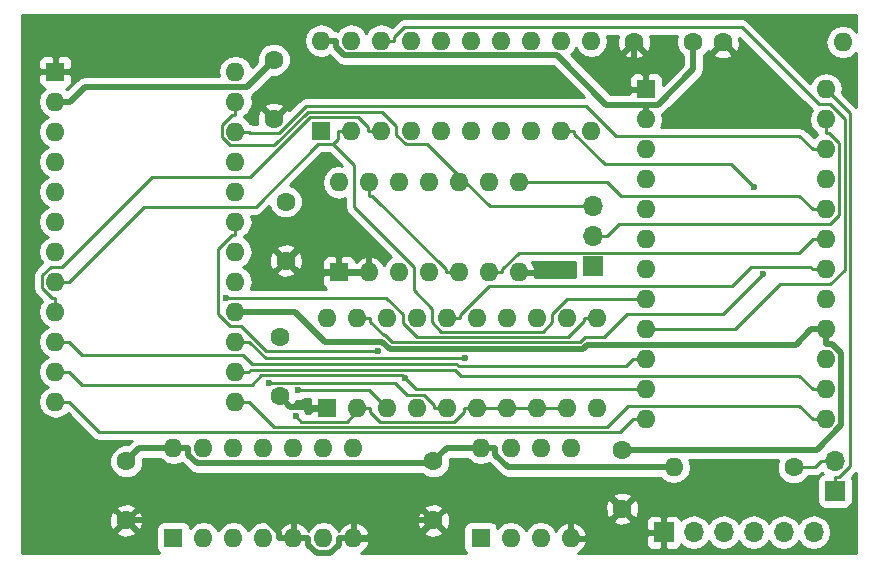
<source format=gtl>
G04 #@! TF.FileFunction,Copper,L1,Top,Signal*
%FSLAX46Y46*%
G04 Gerber Fmt 4.6, Leading zero omitted, Abs format (unit mm)*
G04 Created by KiCad (PCBNEW 4.0.7) date 10/14/18 11:55:26*
%MOMM*%
%LPD*%
G01*
G04 APERTURE LIST*
%ADD10C,0.100000*%
%ADD11C,1.524000*%
%ADD12C,1.600000*%
%ADD13R,1.600000X1.600000*%
%ADD14O,1.600000X1.600000*%
%ADD15R,1.700000X1.700000*%
%ADD16O,1.700000X1.700000*%
%ADD17C,0.600000*%
%ADD18C,0.500000*%
%ADD19C,0.250000*%
%ADD20C,0.254000*%
G04 APERTURE END LIST*
D10*
D11*
X120500000Y-75270000D03*
D12*
X73000000Y-46500000D03*
X73000000Y-51500000D03*
X59500000Y-68500000D03*
X59500000Y-73500000D03*
X72000000Y-34500000D03*
X72000000Y-39500000D03*
X72500000Y-58000000D03*
X72500000Y-63000000D03*
X101500000Y-67500000D03*
X101500000Y-72500000D03*
X85500000Y-68500000D03*
X85500000Y-73500000D03*
X102500000Y-33000000D03*
X107500000Y-33000000D03*
D13*
X53500000Y-35500000D03*
D14*
X68740000Y-63440000D03*
X53500000Y-38040000D03*
X68740000Y-60900000D03*
X53500000Y-40580000D03*
X68740000Y-58360000D03*
X53500000Y-43120000D03*
X68740000Y-55820000D03*
X53500000Y-45660000D03*
X68740000Y-53280000D03*
X53500000Y-48200000D03*
X68740000Y-50740000D03*
X53500000Y-50740000D03*
X68740000Y-48200000D03*
X53500000Y-53280000D03*
X68740000Y-45660000D03*
X53500000Y-55820000D03*
X68740000Y-43120000D03*
X53500000Y-58360000D03*
X68740000Y-40580000D03*
X53500000Y-60900000D03*
X68740000Y-38040000D03*
X53500000Y-63440000D03*
X68740000Y-35500000D03*
D15*
X99000000Y-52000000D03*
D16*
X99000000Y-49460000D03*
X99000000Y-46920000D03*
D13*
X76000000Y-40500000D03*
D14*
X98860000Y-32880000D03*
X78540000Y-40500000D03*
X96320000Y-32880000D03*
X81080000Y-40500000D03*
X93780000Y-32880000D03*
X83620000Y-40500000D03*
X91240000Y-32880000D03*
X86160000Y-40500000D03*
X88700000Y-32880000D03*
X88700000Y-40500000D03*
X86160000Y-32880000D03*
X91240000Y-40500000D03*
X83620000Y-32880000D03*
X93780000Y-40500000D03*
X81080000Y-32880000D03*
X96320000Y-40500000D03*
X78540000Y-32880000D03*
X98860000Y-40500000D03*
X76000000Y-32880000D03*
D13*
X76500000Y-64000000D03*
D14*
X99360000Y-56380000D03*
X79040000Y-64000000D03*
X96820000Y-56380000D03*
X81580000Y-64000000D03*
X94280000Y-56380000D03*
X84120000Y-64000000D03*
X91740000Y-56380000D03*
X86660000Y-64000000D03*
X89200000Y-56380000D03*
X89200000Y-64000000D03*
X86660000Y-56380000D03*
X91740000Y-64000000D03*
X84120000Y-56380000D03*
X94280000Y-64000000D03*
X81580000Y-56380000D03*
X96820000Y-64000000D03*
X79040000Y-56380000D03*
X99360000Y-64000000D03*
X76500000Y-56380000D03*
D13*
X77500000Y-52500000D03*
D14*
X92740000Y-44880000D03*
X80040000Y-52500000D03*
X90200000Y-44880000D03*
X82580000Y-52500000D03*
X87660000Y-44880000D03*
X85120000Y-52500000D03*
X85120000Y-44880000D03*
X87660000Y-52500000D03*
X82580000Y-44880000D03*
X90200000Y-52500000D03*
X80040000Y-44880000D03*
X92740000Y-52500000D03*
X77500000Y-44880000D03*
D13*
X89500000Y-75000000D03*
D14*
X97120000Y-67380000D03*
X92040000Y-75000000D03*
X94580000Y-67380000D03*
X94580000Y-75000000D03*
X92040000Y-67380000D03*
X97120000Y-75000000D03*
X89500000Y-67380000D03*
D13*
X103500000Y-37000000D03*
D14*
X118740000Y-64940000D03*
X103500000Y-39540000D03*
X118740000Y-62400000D03*
X103500000Y-42080000D03*
X118740000Y-59860000D03*
X103500000Y-44620000D03*
X118740000Y-57320000D03*
X103500000Y-47160000D03*
X118740000Y-54780000D03*
X103500000Y-49700000D03*
X118740000Y-52240000D03*
X103500000Y-52240000D03*
X118740000Y-49700000D03*
X103500000Y-54780000D03*
X118740000Y-47160000D03*
X103500000Y-57320000D03*
X118740000Y-44620000D03*
X103500000Y-59860000D03*
X118740000Y-42080000D03*
X103500000Y-62400000D03*
X118740000Y-39540000D03*
X103500000Y-64940000D03*
X118740000Y-37000000D03*
D15*
X105000000Y-74500000D03*
D16*
X107540000Y-74500000D03*
X110080000Y-74500000D03*
X112620000Y-74500000D03*
X115160000Y-74500000D03*
X117700000Y-74500000D03*
D15*
X119500000Y-71000000D03*
D16*
X119500000Y-68460000D03*
D12*
X110000000Y-33000000D03*
D14*
X120160000Y-33000000D03*
D12*
X116000000Y-69000000D03*
D14*
X105840000Y-69000000D03*
D13*
X63500000Y-75000000D03*
D14*
X78740000Y-67380000D03*
X66040000Y-75000000D03*
X76200000Y-67380000D03*
X68580000Y-75000000D03*
X73660000Y-67380000D03*
X71120000Y-75000000D03*
X71120000Y-67380000D03*
X73660000Y-75000000D03*
X68580000Y-67380000D03*
X76200000Y-75000000D03*
X66040000Y-67380000D03*
X78740000Y-75000000D03*
X63500000Y-67380000D03*
D11*
X54500000Y-71270000D03*
D17*
X88175300Y-59785800D03*
X112622700Y-45279800D03*
X71588300Y-61830800D03*
X80855900Y-59144500D03*
X74038000Y-62474400D03*
X73848900Y-64643700D03*
X83066400Y-61420200D03*
X67946900Y-54635700D03*
X113396900Y-52666200D03*
D18*
X60620000Y-67380000D02*
X59500000Y-68500000D01*
X63500000Y-67380000D02*
X60620000Y-67380000D01*
X69710300Y-36789700D02*
X72000000Y-34500000D01*
X56000600Y-36789700D02*
X69710300Y-36789700D01*
X54750300Y-38040000D02*
X56000600Y-36789700D01*
X53500000Y-38040000D02*
X54750300Y-38040000D01*
X90750300Y-67923900D02*
X90750300Y-67380000D01*
X91826400Y-69000000D02*
X90750300Y-67923900D01*
X105840000Y-69000000D02*
X91826400Y-69000000D01*
X89500000Y-67380000D02*
X90750300Y-67380000D01*
X107500000Y-35305600D02*
X107500000Y-33000000D01*
X104515900Y-38289700D02*
X107500000Y-35305600D01*
X103500000Y-38289700D02*
X104515900Y-38289700D01*
X103500000Y-39540000D02*
X103500000Y-38289700D01*
X100149700Y-38289700D02*
X103500000Y-38289700D01*
X95990300Y-34130300D02*
X100149700Y-38289700D01*
X77953500Y-34130300D02*
X95990300Y-34130300D01*
X77250300Y-33427100D02*
X77953500Y-34130300D01*
X77250300Y-32880000D02*
X77250300Y-33427100D01*
X76000000Y-32880000D02*
X77250300Y-32880000D01*
X86620000Y-67380000D02*
X85500000Y-68500000D01*
X89500000Y-67380000D02*
X86620000Y-67380000D01*
X64750300Y-67923900D02*
X64750300Y-67380000D01*
X65473000Y-68646600D02*
X64750300Y-67923900D01*
X85353400Y-68646600D02*
X65473000Y-68646600D01*
X85500000Y-68500000D02*
X85353400Y-68646600D01*
X63500000Y-67380000D02*
X64750300Y-67380000D01*
X71456700Y-73500000D02*
X59500000Y-73500000D01*
X72409700Y-74453000D02*
X71456700Y-73500000D01*
X72409700Y-75000000D02*
X72409700Y-74453000D01*
X73660000Y-75000000D02*
X72409700Y-75000000D01*
X73660000Y-75000000D02*
X74910300Y-75000000D01*
X74910300Y-75543900D02*
X74910300Y-75000000D01*
X75664200Y-76297800D02*
X74910300Y-75543900D01*
X76738900Y-76297800D02*
X75664200Y-76297800D01*
X77489700Y-75547000D02*
X76738900Y-76297800D01*
X77489700Y-75000000D02*
X77489700Y-75547000D01*
X78740000Y-75000000D02*
X77489700Y-75000000D01*
X81490300Y-73500000D02*
X79990300Y-75000000D01*
X85500000Y-73500000D02*
X81490300Y-73500000D01*
X78740000Y-75000000D02*
X79990300Y-75000000D01*
X102500000Y-34749700D02*
X102500000Y-33000000D01*
X103500000Y-35749700D02*
X102500000Y-34749700D01*
X103500000Y-37000000D02*
X103500000Y-35749700D01*
X80040000Y-52500000D02*
X77500000Y-52500000D01*
X74000000Y-52500000D02*
X73000000Y-51500000D01*
X77500000Y-52500000D02*
X74000000Y-52500000D01*
X76500000Y-64000000D02*
X75249700Y-64000000D01*
X73393400Y-63893400D02*
X72500000Y-63000000D01*
X75143100Y-63893400D02*
X73393400Y-63893400D01*
X75249700Y-64000000D02*
X75143100Y-63893400D01*
X118114900Y-57320000D02*
X117489700Y-57320000D01*
X118114900Y-57320000D02*
X118740000Y-57320000D01*
X117955600Y-67500000D02*
X101500000Y-67500000D01*
X120023300Y-65432300D02*
X117955600Y-67500000D01*
X120023300Y-59306600D02*
X120023300Y-65432300D01*
X119287000Y-58570300D02*
X120023300Y-59306600D01*
X118740000Y-58570300D02*
X119287000Y-58570300D01*
X118740000Y-57320000D02*
X118740000Y-58570300D01*
X116200100Y-58609600D02*
X117489700Y-57320000D01*
X98550100Y-58609600D02*
X116200100Y-58609600D01*
X98174300Y-58985400D02*
X98550100Y-58609600D01*
X81796300Y-58985400D02*
X98174300Y-58985400D01*
X81166800Y-58355900D02*
X81796300Y-58985400D01*
X76329900Y-58355900D02*
X81166800Y-58355900D01*
X73794000Y-55820000D02*
X76329900Y-58355900D01*
X68740000Y-55820000D02*
X73794000Y-55820000D01*
D19*
X116489400Y-63814700D02*
X117614700Y-64940000D01*
X102000000Y-63814700D02*
X116489400Y-63814700D01*
X100238200Y-65576500D02*
X102000000Y-63814700D01*
X72001800Y-65576500D02*
X100238200Y-65576500D01*
X69865300Y-63440000D02*
X72001800Y-65576500D01*
X68740000Y-63440000D02*
X69865300Y-63440000D01*
X118740000Y-64940000D02*
X117614700Y-64940000D01*
X70014100Y-60751200D02*
X69865300Y-60900000D01*
X87331600Y-60751200D02*
X70014100Y-60751200D01*
X87855100Y-61274700D02*
X87331600Y-60751200D01*
X116489400Y-61274700D02*
X87855100Y-61274700D01*
X117614700Y-62400000D02*
X116489400Y-61274700D01*
X118740000Y-62400000D02*
X117614700Y-62400000D01*
X68740000Y-60900000D02*
X69865300Y-60900000D01*
X68740000Y-58360000D02*
X69865300Y-58360000D01*
X110692900Y-43350000D02*
X112622700Y-45279800D01*
X100014000Y-43350000D02*
X110692900Y-43350000D01*
X97445300Y-40781300D02*
X100014000Y-43350000D01*
X97445300Y-40500000D02*
X97445300Y-40781300D01*
X96320000Y-40500000D02*
X97445300Y-40500000D01*
X71291100Y-59785800D02*
X88175300Y-59785800D01*
X69865300Y-58360000D02*
X71291100Y-59785800D01*
X82247800Y-61830800D02*
X71588300Y-61830800D01*
X83291700Y-62874700D02*
X82247800Y-61830800D01*
X84690800Y-62874700D02*
X83291700Y-62874700D01*
X85534700Y-63718600D02*
X84690800Y-62874700D01*
X85534700Y-64000000D02*
X85534700Y-63718600D01*
X86660000Y-64000000D02*
X85534700Y-64000000D01*
X68740000Y-48200000D02*
X68740000Y-49325300D01*
X71324700Y-59144500D02*
X80855900Y-59144500D01*
X69228300Y-57048100D02*
X71324700Y-59144500D01*
X68284300Y-57048100D02*
X69228300Y-57048100D01*
X67297400Y-56061200D02*
X68284300Y-57048100D01*
X67297400Y-50486600D02*
X67297400Y-56061200D01*
X68458700Y-49325300D02*
X67297400Y-50486600D01*
X68740000Y-49325300D02*
X68458700Y-49325300D01*
X78540000Y-40500000D02*
X77414700Y-40500000D01*
X53500000Y-53280000D02*
X54625300Y-53280000D01*
X78770000Y-43402500D02*
X76992800Y-41625300D01*
X78770000Y-46939500D02*
X78770000Y-43402500D01*
X83850000Y-52019500D02*
X78770000Y-46939500D01*
X83850000Y-54031800D02*
X83850000Y-52019500D01*
X85390000Y-55571800D02*
X83850000Y-54031800D01*
X85390000Y-56730100D02*
X85390000Y-55571800D01*
X86165200Y-57505300D02*
X85390000Y-56730100D01*
X94771300Y-57505300D02*
X86165200Y-57505300D01*
X95550000Y-56726600D02*
X94771300Y-57505300D01*
X95550000Y-56052500D02*
X95550000Y-56726600D01*
X96822500Y-54780000D02*
X95550000Y-56052500D01*
X103500000Y-54780000D02*
X96822500Y-54780000D01*
X77414700Y-41203400D02*
X76992800Y-41625300D01*
X77414700Y-40500000D02*
X77414700Y-41203400D01*
X60975300Y-46930000D02*
X54625300Y-53280000D01*
X70461800Y-46930000D02*
X60975300Y-46930000D01*
X75766500Y-41625300D02*
X70461800Y-46930000D01*
X76992800Y-41625300D02*
X75766500Y-41625300D01*
X80054400Y-62474400D02*
X74038000Y-62474400D01*
X81580000Y-64000000D02*
X80054400Y-62474400D01*
X111024400Y-57320000D02*
X103500000Y-57320000D01*
X114834400Y-53510000D02*
X111024400Y-57320000D01*
X119080300Y-53510000D02*
X114834400Y-53510000D01*
X120335000Y-52255300D02*
X119080300Y-53510000D01*
X120335000Y-39542400D02*
X120335000Y-52255300D01*
X119062600Y-38270000D02*
X120335000Y-39542400D01*
X118131200Y-38270000D02*
X119062600Y-38270000D01*
X111606900Y-31745700D02*
X118131200Y-38270000D01*
X83058300Y-31745700D02*
X111606900Y-31745700D01*
X82205300Y-32598700D02*
X83058300Y-31745700D01*
X82205300Y-32880000D02*
X82205300Y-32598700D01*
X81080000Y-32880000D02*
X82205300Y-32880000D01*
X53218600Y-54694700D02*
X53500000Y-54694700D01*
X52374700Y-53850800D02*
X53218600Y-54694700D01*
X52374700Y-52754700D02*
X52374700Y-53850800D01*
X53119400Y-52010000D02*
X52374700Y-52754700D01*
X54030200Y-52010000D02*
X53119400Y-52010000D01*
X61650200Y-44390000D02*
X54030200Y-52010000D01*
X70018800Y-44390000D02*
X61650200Y-44390000D01*
X75034100Y-39374700D02*
X70018800Y-44390000D01*
X79110800Y-39374700D02*
X75034100Y-39374700D01*
X79954700Y-40218600D02*
X79110800Y-39374700D01*
X79954700Y-40500000D02*
X79954700Y-40218600D01*
X81080000Y-40500000D02*
X79954700Y-40500000D01*
X53500000Y-55820000D02*
X53500000Y-54694700D01*
X96820000Y-64000000D02*
X94280000Y-64000000D01*
X94280000Y-64000000D02*
X91740000Y-64000000D01*
X91740000Y-64000000D02*
X89200000Y-64000000D01*
X89200000Y-64000000D02*
X88074700Y-64000000D01*
X80165300Y-64281400D02*
X80165300Y-64000000D01*
X81009200Y-65125300D02*
X80165300Y-64281400D01*
X87230800Y-65125300D02*
X81009200Y-65125300D01*
X88074700Y-64281400D02*
X87230800Y-65125300D01*
X88074700Y-64000000D02*
X88074700Y-64281400D01*
X79040000Y-64000000D02*
X79321400Y-64000000D01*
X79321400Y-64000000D02*
X80165300Y-64000000D01*
X74330600Y-65125400D02*
X73848900Y-64643700D01*
X78196000Y-65125400D02*
X74330600Y-65125400D01*
X79321400Y-64000000D02*
X78196000Y-65125400D01*
X53500000Y-58360000D02*
X54625300Y-58360000D01*
X103500000Y-59860000D02*
X102374700Y-59860000D01*
X55750600Y-59485300D02*
X54625300Y-58360000D01*
X69410000Y-59485300D02*
X55750600Y-59485300D01*
X70160900Y-60236200D02*
X69410000Y-59485300D01*
X87453500Y-60236200D02*
X70160900Y-60236200D01*
X87646400Y-60429100D02*
X87453500Y-60236200D01*
X101805600Y-60429100D02*
X87646400Y-60429100D01*
X102374700Y-59860000D02*
X101805600Y-60429100D01*
X69949300Y-40664000D02*
X69865300Y-40580000D01*
X72470900Y-40664000D02*
X69949300Y-40664000D01*
X74712100Y-38422800D02*
X72470900Y-40664000D01*
X98449700Y-38422800D02*
X74712100Y-38422800D01*
X100981600Y-40954700D02*
X98449700Y-38422800D01*
X116489400Y-40954700D02*
X100981600Y-40954700D01*
X117614700Y-42080000D02*
X116489400Y-40954700D01*
X118740000Y-42080000D02*
X117614700Y-42080000D01*
X68740000Y-40580000D02*
X69865300Y-40580000D01*
X103500000Y-62400000D02*
X102374700Y-62400000D01*
X53500000Y-60900000D02*
X54625300Y-60900000D01*
X84046200Y-62400000D02*
X83066400Y-61420200D01*
X102374700Y-62400000D02*
X84046200Y-62400000D01*
X55750600Y-62025300D02*
X54625300Y-60900000D01*
X70119200Y-62025300D02*
X55750600Y-62025300D01*
X70939000Y-61205500D02*
X70119200Y-62025300D01*
X82851700Y-61205500D02*
X70939000Y-61205500D01*
X83066400Y-61420200D02*
X82851700Y-61205500D01*
X87660000Y-44880000D02*
X88222700Y-44880000D01*
X68740000Y-38040000D02*
X68740000Y-39165300D01*
X90262700Y-46920000D02*
X99000000Y-46920000D01*
X88222700Y-44880000D02*
X90262700Y-46920000D01*
X84968000Y-41625300D02*
X88222700Y-44880000D01*
X83147700Y-41625300D02*
X84968000Y-41625300D01*
X82350000Y-40827600D02*
X83147700Y-41625300D01*
X82350000Y-40101000D02*
X82350000Y-40827600D01*
X81173300Y-38924300D02*
X82350000Y-40101000D01*
X74847500Y-38924300D02*
X81173300Y-38924300D01*
X72030500Y-41741300D02*
X74847500Y-38924300D01*
X68309500Y-41741300D02*
X72030500Y-41741300D01*
X67614700Y-41046500D02*
X68309500Y-41741300D01*
X67614700Y-40009200D02*
X67614700Y-41046500D01*
X68458600Y-39165300D02*
X67614700Y-40009200D01*
X68740000Y-39165300D02*
X68458600Y-39165300D01*
X101287900Y-66026800D02*
X102374700Y-64940000D01*
X57212100Y-66026800D02*
X101287900Y-66026800D01*
X54625300Y-63440000D02*
X57212100Y-66026800D01*
X53500000Y-63440000D02*
X54625300Y-63440000D01*
X103500000Y-64940000D02*
X102374700Y-64940000D01*
X120785400Y-39045400D02*
X118740000Y-37000000D01*
X120785400Y-68906600D02*
X120785400Y-39045400D01*
X119867300Y-69824700D02*
X120785400Y-68906600D01*
X119500000Y-69824700D02*
X119867300Y-69824700D01*
X119500000Y-71000000D02*
X119500000Y-69824700D01*
X99360000Y-56380000D02*
X98234700Y-56380000D01*
X98234700Y-56590900D02*
X98234700Y-56380000D01*
X96866100Y-57959500D02*
X98234700Y-56590900D01*
X84089600Y-57959500D02*
X96866100Y-57959500D01*
X82896400Y-56766300D02*
X84089600Y-57959500D01*
X82896400Y-56027200D02*
X82896400Y-56766300D01*
X81504900Y-54635700D02*
X82896400Y-56027200D01*
X67946900Y-54635700D02*
X81504900Y-54635700D01*
X119021400Y-40665300D02*
X118740000Y-40665300D01*
X119865300Y-41509200D02*
X119021400Y-40665300D01*
X119865300Y-47631300D02*
X119865300Y-41509200D01*
X119066600Y-48430000D02*
X119865300Y-47631300D01*
X101205300Y-48430000D02*
X119066600Y-48430000D01*
X100175300Y-49460000D02*
X101205300Y-48430000D01*
X99000000Y-49460000D02*
X100175300Y-49460000D01*
X118740000Y-39540000D02*
X118740000Y-40665300D01*
X117406800Y-52032100D02*
X117614700Y-52240000D01*
X112371800Y-52032100D02*
X117406800Y-52032100D01*
X110749300Y-53654600D02*
X112371800Y-52032100D01*
X90229400Y-53654600D02*
X110749300Y-53654600D01*
X87785300Y-56098700D02*
X90229400Y-53654600D01*
X87785300Y-56380000D02*
X87785300Y-56098700D01*
X86660000Y-56380000D02*
X87785300Y-56380000D01*
X118740000Y-52240000D02*
X117614700Y-52240000D01*
X79040000Y-56380000D02*
X80165300Y-56380000D01*
X110067600Y-55995500D02*
X113396900Y-52666200D01*
X101892600Y-55995500D02*
X110067600Y-55995500D01*
X99924600Y-57963500D02*
X101892600Y-55995500D01*
X98382400Y-57963500D02*
X99924600Y-57963500D01*
X97936000Y-58409900D02*
X98382400Y-57963500D01*
X82034500Y-58409900D02*
X97936000Y-58409900D01*
X81405200Y-57780600D02*
X82034500Y-58409900D01*
X81284600Y-57780600D02*
X81405200Y-57780600D01*
X80165300Y-56661300D02*
X81284600Y-57780600D01*
X80165300Y-56380000D02*
X80165300Y-56661300D01*
X116489400Y-46034700D02*
X117614700Y-47160000D01*
X101359200Y-46034700D02*
X116489400Y-46034700D01*
X100204500Y-44880000D02*
X101359200Y-46034700D01*
X92740000Y-44880000D02*
X100204500Y-44880000D01*
X118740000Y-47160000D02*
X117614700Y-47160000D01*
X116489400Y-50825300D02*
X117614700Y-49700000D01*
X101482200Y-50825300D02*
X116489400Y-50825300D01*
X101476000Y-50819100D02*
X101482200Y-50825300D01*
X92724900Y-50819100D02*
X101476000Y-50819100D01*
X91325300Y-52218700D02*
X92724900Y-50819100D01*
X91325300Y-52500000D02*
X91325300Y-52218700D01*
X90200000Y-52500000D02*
X91325300Y-52500000D01*
X118740000Y-49700000D02*
X117614700Y-49700000D01*
X117784700Y-69000000D02*
X118324700Y-68460000D01*
X116000000Y-69000000D02*
X117784700Y-69000000D01*
X119500000Y-68460000D02*
X118324700Y-68460000D01*
X86534700Y-52218700D02*
X86534700Y-52500000D01*
X80321300Y-46005300D02*
X86534700Y-52218700D01*
X80040000Y-46005300D02*
X80321300Y-46005300D01*
X80040000Y-44880000D02*
X80040000Y-46005300D01*
X87660000Y-52500000D02*
X86534700Y-52500000D01*
D20*
G36*
X121290000Y-32115789D02*
X121202811Y-31985302D01*
X120737264Y-31674233D01*
X120188113Y-31565000D01*
X120131887Y-31565000D01*
X119582736Y-31674233D01*
X119117189Y-31985302D01*
X118806120Y-32450849D01*
X118696887Y-33000000D01*
X118806120Y-33549151D01*
X119117189Y-34014698D01*
X119582736Y-34325767D01*
X120131887Y-34435000D01*
X120188113Y-34435000D01*
X120737264Y-34325767D01*
X121202811Y-34014698D01*
X121290000Y-33884211D01*
X121290000Y-38475198D01*
X120138688Y-37323886D01*
X120203113Y-37000000D01*
X120093880Y-36450849D01*
X119782811Y-35985302D01*
X119317264Y-35674233D01*
X118768113Y-35565000D01*
X118711887Y-35565000D01*
X118162736Y-35674233D01*
X117697189Y-35985302D01*
X117386413Y-36450411D01*
X112144301Y-31208299D01*
X111897739Y-31043552D01*
X111606900Y-30985700D01*
X83058300Y-30985700D01*
X82767460Y-31043552D01*
X82520899Y-31208299D01*
X81973195Y-31756003D01*
X81629151Y-31526120D01*
X81080000Y-31416887D01*
X80530849Y-31526120D01*
X80065302Y-31837189D01*
X79810000Y-32219275D01*
X79554698Y-31837189D01*
X79089151Y-31526120D01*
X78540000Y-31416887D01*
X77990849Y-31526120D01*
X77525302Y-31837189D01*
X77399964Y-32024770D01*
X77250300Y-31995000D01*
X77120144Y-31995000D01*
X77014698Y-31837189D01*
X76549151Y-31526120D01*
X76000000Y-31416887D01*
X75450849Y-31526120D01*
X74985302Y-31837189D01*
X74674233Y-32302736D01*
X74565000Y-32851887D01*
X74565000Y-32908113D01*
X74674233Y-33457264D01*
X74985302Y-33922811D01*
X75450849Y-34233880D01*
X76000000Y-34343113D01*
X76549151Y-34233880D01*
X76702821Y-34131201D01*
X77327708Y-34756087D01*
X77327710Y-34756090D01*
X77614825Y-34947933D01*
X77629485Y-34950849D01*
X77953500Y-35015301D01*
X77953505Y-35015300D01*
X95623720Y-35015300D01*
X98271221Y-37662800D01*
X74712100Y-37662800D01*
X74469514Y-37711054D01*
X74421260Y-37720652D01*
X74174699Y-37885399D01*
X73271508Y-38788590D01*
X73253864Y-38745995D01*
X73007745Y-38671861D01*
X72179605Y-39500000D01*
X72193748Y-39514142D01*
X72014142Y-39693748D01*
X72000000Y-39679605D01*
X71985858Y-39693748D01*
X71806253Y-39514143D01*
X71820395Y-39500000D01*
X70992255Y-38671861D01*
X70746136Y-38745995D01*
X70553035Y-39283223D01*
X70580222Y-39853454D01*
X70601159Y-39904000D01*
X70195272Y-39904000D01*
X70156139Y-39877852D01*
X69966437Y-39840118D01*
X69782811Y-39565302D01*
X69462947Y-39351576D01*
X69482022Y-39255679D01*
X69782811Y-39054698D01*
X70093880Y-38589151D01*
X70113153Y-38492255D01*
X71171861Y-38492255D01*
X72000000Y-39320395D01*
X72828139Y-38492255D01*
X72754005Y-38246136D01*
X72216777Y-38053035D01*
X71646546Y-38080222D01*
X71245995Y-38246136D01*
X71171861Y-38492255D01*
X70113153Y-38492255D01*
X70203113Y-38040000D01*
X70109064Y-37567183D01*
X70336090Y-37415490D01*
X71816739Y-35934840D01*
X72284187Y-35935248D01*
X72811800Y-35717243D01*
X73215824Y-35313923D01*
X73434750Y-34786691D01*
X73435248Y-34215813D01*
X73217243Y-33688200D01*
X72813923Y-33284176D01*
X72286691Y-33065250D01*
X71715813Y-33064752D01*
X71188200Y-33282757D01*
X70784176Y-33686077D01*
X70565250Y-34213309D01*
X70564840Y-34683581D01*
X70127675Y-35120746D01*
X70093880Y-34950849D01*
X69782811Y-34485302D01*
X69317264Y-34174233D01*
X68768113Y-34065000D01*
X68711887Y-34065000D01*
X68162736Y-34174233D01*
X67697189Y-34485302D01*
X67386120Y-34950849D01*
X67276887Y-35500000D01*
X67357387Y-35904700D01*
X56000605Y-35904700D01*
X56000600Y-35904699D01*
X55661925Y-35972067D01*
X55374810Y-36163910D01*
X55374808Y-36163913D01*
X54525191Y-37013529D01*
X54407665Y-36935000D01*
X54426309Y-36935000D01*
X54659698Y-36838327D01*
X54838327Y-36659699D01*
X54935000Y-36426310D01*
X54935000Y-35785750D01*
X54776250Y-35627000D01*
X53627000Y-35627000D01*
X53627000Y-35647000D01*
X53373000Y-35647000D01*
X53373000Y-35627000D01*
X52223750Y-35627000D01*
X52065000Y-35785750D01*
X52065000Y-36426310D01*
X52161673Y-36659699D01*
X52340302Y-36838327D01*
X52573691Y-36935000D01*
X52592335Y-36935000D01*
X52457189Y-37025302D01*
X52146120Y-37490849D01*
X52036887Y-38040000D01*
X52146120Y-38589151D01*
X52457189Y-39054698D01*
X52839275Y-39310000D01*
X52457189Y-39565302D01*
X52146120Y-40030849D01*
X52036887Y-40580000D01*
X52146120Y-41129151D01*
X52457189Y-41594698D01*
X52839275Y-41850000D01*
X52457189Y-42105302D01*
X52146120Y-42570849D01*
X52036887Y-43120000D01*
X52146120Y-43669151D01*
X52457189Y-44134698D01*
X52839275Y-44390000D01*
X52457189Y-44645302D01*
X52146120Y-45110849D01*
X52036887Y-45660000D01*
X52146120Y-46209151D01*
X52457189Y-46674698D01*
X52839275Y-46930000D01*
X52457189Y-47185302D01*
X52146120Y-47650849D01*
X52036887Y-48200000D01*
X52146120Y-48749151D01*
X52457189Y-49214698D01*
X52839275Y-49470000D01*
X52457189Y-49725302D01*
X52146120Y-50190849D01*
X52036887Y-50740000D01*
X52146120Y-51289151D01*
X52394188Y-51660410D01*
X51837299Y-52217299D01*
X51672552Y-52463861D01*
X51614700Y-52754700D01*
X51614700Y-53850800D01*
X51672552Y-54141639D01*
X51837299Y-54388201D01*
X52375963Y-54926865D01*
X52146120Y-55270849D01*
X52036887Y-55820000D01*
X52146120Y-56369151D01*
X52457189Y-56834698D01*
X52839275Y-57090000D01*
X52457189Y-57345302D01*
X52146120Y-57810849D01*
X52036887Y-58360000D01*
X52146120Y-58909151D01*
X52457189Y-59374698D01*
X52839275Y-59630000D01*
X52457189Y-59885302D01*
X52146120Y-60350849D01*
X52036887Y-60900000D01*
X52146120Y-61449151D01*
X52457189Y-61914698D01*
X52839275Y-62170000D01*
X52457189Y-62425302D01*
X52146120Y-62890849D01*
X52036887Y-63440000D01*
X52146120Y-63989151D01*
X52457189Y-64454698D01*
X52922736Y-64765767D01*
X53471887Y-64875000D01*
X53528113Y-64875000D01*
X54077264Y-64765767D01*
X54542811Y-64454698D01*
X54551777Y-64441279D01*
X56674699Y-66564201D01*
X56921261Y-66728948D01*
X57212100Y-66786800D01*
X59961621Y-66786800D01*
X59683261Y-67065160D01*
X59215813Y-67064752D01*
X58688200Y-67282757D01*
X58284176Y-67686077D01*
X58065250Y-68213309D01*
X58064752Y-68784187D01*
X58282757Y-69311800D01*
X58686077Y-69715824D01*
X59213309Y-69934750D01*
X59784187Y-69935248D01*
X60311800Y-69717243D01*
X60715824Y-69313923D01*
X60934750Y-68786691D01*
X60935160Y-68316419D01*
X60986579Y-68265000D01*
X62379856Y-68265000D01*
X62485302Y-68422811D01*
X62950849Y-68733880D01*
X63500000Y-68843113D01*
X64049151Y-68733880D01*
X64204739Y-68629919D01*
X64847208Y-69272387D01*
X64847210Y-69272390D01*
X65134325Y-69464233D01*
X65473000Y-69531601D01*
X65473005Y-69531600D01*
X84502174Y-69531600D01*
X84686077Y-69715824D01*
X85213309Y-69934750D01*
X85784187Y-69935248D01*
X86311800Y-69717243D01*
X86715824Y-69313923D01*
X86934750Y-68786691D01*
X86935160Y-68316419D01*
X86986579Y-68265000D01*
X88379856Y-68265000D01*
X88485302Y-68422811D01*
X88950849Y-68733880D01*
X89500000Y-68843113D01*
X90049151Y-68733880D01*
X90204739Y-68629919D01*
X91200608Y-69625787D01*
X91200610Y-69625790D01*
X91401471Y-69760000D01*
X91487725Y-69817633D01*
X91826400Y-69885001D01*
X91826405Y-69885000D01*
X104710527Y-69885000D01*
X104797189Y-70014698D01*
X105262736Y-70325767D01*
X105811887Y-70435000D01*
X105868113Y-70435000D01*
X106417264Y-70325767D01*
X106882811Y-70014698D01*
X107193880Y-69549151D01*
X107303113Y-69000000D01*
X107193880Y-68450849D01*
X107149881Y-68385000D01*
X114701576Y-68385000D01*
X114565250Y-68713309D01*
X114564752Y-69284187D01*
X114782757Y-69811800D01*
X115186077Y-70215824D01*
X115713309Y-70434750D01*
X116284187Y-70435248D01*
X116811800Y-70217243D01*
X117215824Y-69813923D01*
X117238215Y-69760000D01*
X117784700Y-69760000D01*
X118075539Y-69702148D01*
X118322101Y-69537401D01*
X118392252Y-69467250D01*
X118420853Y-69510054D01*
X118462452Y-69537850D01*
X118414683Y-69546838D01*
X118198559Y-69685910D01*
X118053569Y-69898110D01*
X118002560Y-70150000D01*
X118002560Y-71850000D01*
X118046838Y-72085317D01*
X118185910Y-72301441D01*
X118398110Y-72446431D01*
X118650000Y-72497440D01*
X120350000Y-72497440D01*
X120585317Y-72453162D01*
X120801441Y-72314090D01*
X120946431Y-72101890D01*
X120997440Y-71850000D01*
X120997440Y-70150000D01*
X120953162Y-69914683D01*
X120913600Y-69853202D01*
X121290000Y-69476802D01*
X121290000Y-76290000D01*
X97715074Y-76290000D01*
X97857423Y-76231041D01*
X98272389Y-75855134D01*
X98511914Y-75349041D01*
X98390629Y-75127000D01*
X97247000Y-75127000D01*
X97247000Y-75147000D01*
X96993000Y-75147000D01*
X96993000Y-75127000D01*
X96973000Y-75127000D01*
X96973000Y-74873000D01*
X96993000Y-74873000D01*
X96993000Y-73730085D01*
X97247000Y-73730085D01*
X97247000Y-74873000D01*
X98390629Y-74873000D01*
X98438287Y-74785750D01*
X103515000Y-74785750D01*
X103515000Y-75476309D01*
X103611673Y-75709698D01*
X103790301Y-75888327D01*
X104023690Y-75985000D01*
X104714250Y-75985000D01*
X104873000Y-75826250D01*
X104873000Y-74627000D01*
X103673750Y-74627000D01*
X103515000Y-74785750D01*
X98438287Y-74785750D01*
X98511914Y-74650959D01*
X98272389Y-74144866D01*
X97857423Y-73768959D01*
X97469039Y-73608096D01*
X97247000Y-73730085D01*
X96993000Y-73730085D01*
X96770961Y-73608096D01*
X96382577Y-73768959D01*
X95967611Y-74144866D01*
X95864986Y-74361703D01*
X95594698Y-73957189D01*
X95129151Y-73646120D01*
X94580000Y-73536887D01*
X94030849Y-73646120D01*
X93565302Y-73957189D01*
X93310000Y-74339275D01*
X93054698Y-73957189D01*
X92589151Y-73646120D01*
X92040000Y-73536887D01*
X91490849Y-73646120D01*
X91025302Y-73957189D01*
X90928899Y-74101465D01*
X90903162Y-73964683D01*
X90764090Y-73748559D01*
X90551890Y-73603569D01*
X90300000Y-73552560D01*
X88700000Y-73552560D01*
X88464683Y-73596838D01*
X88248559Y-73735910D01*
X88103569Y-73948110D01*
X88052560Y-74200000D01*
X88052560Y-75800000D01*
X88096838Y-76035317D01*
X88235910Y-76251441D01*
X88292343Y-76290000D01*
X79335074Y-76290000D01*
X79477423Y-76231041D01*
X79892389Y-75855134D01*
X80131914Y-75349041D01*
X80010629Y-75127000D01*
X78867000Y-75127000D01*
X78867000Y-75147000D01*
X78613000Y-75147000D01*
X78613000Y-75127000D01*
X78593000Y-75127000D01*
X78593000Y-74873000D01*
X78613000Y-74873000D01*
X78613000Y-73730085D01*
X78867000Y-73730085D01*
X78867000Y-74873000D01*
X80010629Y-74873000D01*
X80131914Y-74650959D01*
X80064134Y-74507745D01*
X84671861Y-74507745D01*
X84745995Y-74753864D01*
X85283223Y-74946965D01*
X85853454Y-74919778D01*
X86254005Y-74753864D01*
X86328139Y-74507745D01*
X85500000Y-73679605D01*
X84671861Y-74507745D01*
X80064134Y-74507745D01*
X79892389Y-74144866D01*
X79477423Y-73768959D01*
X79089039Y-73608096D01*
X78867000Y-73730085D01*
X78613000Y-73730085D01*
X78390961Y-73608096D01*
X78002577Y-73768959D01*
X77587611Y-74144866D01*
X77484986Y-74361703D01*
X77214698Y-73957189D01*
X76749151Y-73646120D01*
X76200000Y-73536887D01*
X75650849Y-73646120D01*
X75185302Y-73957189D01*
X74915014Y-74361703D01*
X74812389Y-74144866D01*
X74397423Y-73768959D01*
X74009039Y-73608096D01*
X73787000Y-73730085D01*
X73787000Y-74873000D01*
X73807000Y-74873000D01*
X73807000Y-75127000D01*
X73787000Y-75127000D01*
X73787000Y-75147000D01*
X73533000Y-75147000D01*
X73533000Y-75127000D01*
X73513000Y-75127000D01*
X73513000Y-74873000D01*
X73533000Y-74873000D01*
X73533000Y-73730085D01*
X73310961Y-73608096D01*
X72922577Y-73768959D01*
X72507611Y-74144866D01*
X72404986Y-74361703D01*
X72134698Y-73957189D01*
X71669151Y-73646120D01*
X71120000Y-73536887D01*
X70570849Y-73646120D01*
X70105302Y-73957189D01*
X69850000Y-74339275D01*
X69594698Y-73957189D01*
X69129151Y-73646120D01*
X68580000Y-73536887D01*
X68030849Y-73646120D01*
X67565302Y-73957189D01*
X67310000Y-74339275D01*
X67054698Y-73957189D01*
X66589151Y-73646120D01*
X66040000Y-73536887D01*
X65490849Y-73646120D01*
X65025302Y-73957189D01*
X64928899Y-74101465D01*
X64903162Y-73964683D01*
X64764090Y-73748559D01*
X64551890Y-73603569D01*
X64300000Y-73552560D01*
X62700000Y-73552560D01*
X62464683Y-73596838D01*
X62248559Y-73735910D01*
X62103569Y-73948110D01*
X62052560Y-74200000D01*
X62052560Y-75800000D01*
X62096838Y-76035317D01*
X62235910Y-76251441D01*
X62292343Y-76290000D01*
X50710000Y-76290000D01*
X50710000Y-74507745D01*
X58671861Y-74507745D01*
X58745995Y-74753864D01*
X59283223Y-74946965D01*
X59853454Y-74919778D01*
X60254005Y-74753864D01*
X60328139Y-74507745D01*
X59500000Y-73679605D01*
X58671861Y-74507745D01*
X50710000Y-74507745D01*
X50710000Y-73283223D01*
X58053035Y-73283223D01*
X58080222Y-73853454D01*
X58246136Y-74254005D01*
X58492255Y-74328139D01*
X59320395Y-73500000D01*
X59679605Y-73500000D01*
X60507745Y-74328139D01*
X60753864Y-74254005D01*
X60946965Y-73716777D01*
X60926295Y-73283223D01*
X84053035Y-73283223D01*
X84080222Y-73853454D01*
X84246136Y-74254005D01*
X84492255Y-74328139D01*
X85320395Y-73500000D01*
X85679605Y-73500000D01*
X86507745Y-74328139D01*
X86753864Y-74254005D01*
X86946965Y-73716777D01*
X86936999Y-73507745D01*
X100671861Y-73507745D01*
X100745995Y-73753864D01*
X101283223Y-73946965D01*
X101853454Y-73919778D01*
X102254005Y-73753864D01*
X102323335Y-73523691D01*
X103515000Y-73523691D01*
X103515000Y-74214250D01*
X103673750Y-74373000D01*
X104873000Y-74373000D01*
X104873000Y-73173750D01*
X105127000Y-73173750D01*
X105127000Y-74373000D01*
X105147000Y-74373000D01*
X105147000Y-74627000D01*
X105127000Y-74627000D01*
X105127000Y-75826250D01*
X105285750Y-75985000D01*
X105976310Y-75985000D01*
X106209699Y-75888327D01*
X106388327Y-75709698D01*
X106460597Y-75535223D01*
X106489946Y-75579147D01*
X106971715Y-75901054D01*
X107540000Y-76014093D01*
X108108285Y-75901054D01*
X108590054Y-75579147D01*
X108810000Y-75249974D01*
X109029946Y-75579147D01*
X109511715Y-75901054D01*
X110080000Y-76014093D01*
X110648285Y-75901054D01*
X111130054Y-75579147D01*
X111350000Y-75249974D01*
X111569946Y-75579147D01*
X112051715Y-75901054D01*
X112620000Y-76014093D01*
X113188285Y-75901054D01*
X113670054Y-75579147D01*
X113890000Y-75249974D01*
X114109946Y-75579147D01*
X114591715Y-75901054D01*
X115160000Y-76014093D01*
X115728285Y-75901054D01*
X116210054Y-75579147D01*
X116430000Y-75249974D01*
X116649946Y-75579147D01*
X117131715Y-75901054D01*
X117700000Y-76014093D01*
X118268285Y-75901054D01*
X118750054Y-75579147D01*
X119071961Y-75097378D01*
X119185000Y-74529093D01*
X119185000Y-74470907D01*
X119071961Y-73902622D01*
X118750054Y-73420853D01*
X118268285Y-73098946D01*
X117700000Y-72985907D01*
X117131715Y-73098946D01*
X116649946Y-73420853D01*
X116430000Y-73750026D01*
X116210054Y-73420853D01*
X115728285Y-73098946D01*
X115160000Y-72985907D01*
X114591715Y-73098946D01*
X114109946Y-73420853D01*
X113890000Y-73750026D01*
X113670054Y-73420853D01*
X113188285Y-73098946D01*
X112620000Y-72985907D01*
X112051715Y-73098946D01*
X111569946Y-73420853D01*
X111350000Y-73750026D01*
X111130054Y-73420853D01*
X110648285Y-73098946D01*
X110080000Y-72985907D01*
X109511715Y-73098946D01*
X109029946Y-73420853D01*
X108810000Y-73750026D01*
X108590054Y-73420853D01*
X108108285Y-73098946D01*
X107540000Y-72985907D01*
X106971715Y-73098946D01*
X106489946Y-73420853D01*
X106460597Y-73464777D01*
X106388327Y-73290302D01*
X106209699Y-73111673D01*
X105976310Y-73015000D01*
X105285750Y-73015000D01*
X105127000Y-73173750D01*
X104873000Y-73173750D01*
X104714250Y-73015000D01*
X104023690Y-73015000D01*
X103790301Y-73111673D01*
X103611673Y-73290302D01*
X103515000Y-73523691D01*
X102323335Y-73523691D01*
X102328139Y-73507745D01*
X101500000Y-72679605D01*
X100671861Y-73507745D01*
X86936999Y-73507745D01*
X86919778Y-73146546D01*
X86753864Y-72745995D01*
X86507745Y-72671861D01*
X85679605Y-73500000D01*
X85320395Y-73500000D01*
X84492255Y-72671861D01*
X84246136Y-72745995D01*
X84053035Y-73283223D01*
X60926295Y-73283223D01*
X60919778Y-73146546D01*
X60753864Y-72745995D01*
X60507745Y-72671861D01*
X59679605Y-73500000D01*
X59320395Y-73500000D01*
X58492255Y-72671861D01*
X58246136Y-72745995D01*
X58053035Y-73283223D01*
X50710000Y-73283223D01*
X50710000Y-72492255D01*
X58671861Y-72492255D01*
X59500000Y-73320395D01*
X60328139Y-72492255D01*
X84671861Y-72492255D01*
X85500000Y-73320395D01*
X86328139Y-72492255D01*
X86265177Y-72283223D01*
X100053035Y-72283223D01*
X100080222Y-72853454D01*
X100246136Y-73254005D01*
X100492255Y-73328139D01*
X101320395Y-72500000D01*
X101679605Y-72500000D01*
X102507745Y-73328139D01*
X102753864Y-73254005D01*
X102946965Y-72716777D01*
X102919778Y-72146546D01*
X102753864Y-71745995D01*
X102507745Y-71671861D01*
X101679605Y-72500000D01*
X101320395Y-72500000D01*
X100492255Y-71671861D01*
X100246136Y-71745995D01*
X100053035Y-72283223D01*
X86265177Y-72283223D01*
X86254005Y-72246136D01*
X85716777Y-72053035D01*
X85146546Y-72080222D01*
X84745995Y-72246136D01*
X84671861Y-72492255D01*
X60328139Y-72492255D01*
X60254005Y-72246136D01*
X59716777Y-72053035D01*
X59146546Y-72080222D01*
X58745995Y-72246136D01*
X58671861Y-72492255D01*
X50710000Y-72492255D01*
X50710000Y-71492255D01*
X100671861Y-71492255D01*
X101500000Y-72320395D01*
X102328139Y-71492255D01*
X102254005Y-71246136D01*
X101716777Y-71053035D01*
X101146546Y-71080222D01*
X100745995Y-71246136D01*
X100671861Y-71492255D01*
X50710000Y-71492255D01*
X50710000Y-34573690D01*
X52065000Y-34573690D01*
X52065000Y-35214250D01*
X52223750Y-35373000D01*
X53373000Y-35373000D01*
X53373000Y-34223750D01*
X53627000Y-34223750D01*
X53627000Y-35373000D01*
X54776250Y-35373000D01*
X54935000Y-35214250D01*
X54935000Y-34573690D01*
X54838327Y-34340301D01*
X54659698Y-34161673D01*
X54426309Y-34065000D01*
X53785750Y-34065000D01*
X53627000Y-34223750D01*
X53373000Y-34223750D01*
X53214250Y-34065000D01*
X52573691Y-34065000D01*
X52340302Y-34161673D01*
X52161673Y-34340301D01*
X52065000Y-34573690D01*
X50710000Y-34573690D01*
X50710000Y-30710000D01*
X121290000Y-30710000D01*
X121290000Y-32115789D01*
X121290000Y-32115789D01*
G37*
X121290000Y-32115789D02*
X121202811Y-31985302D01*
X120737264Y-31674233D01*
X120188113Y-31565000D01*
X120131887Y-31565000D01*
X119582736Y-31674233D01*
X119117189Y-31985302D01*
X118806120Y-32450849D01*
X118696887Y-33000000D01*
X118806120Y-33549151D01*
X119117189Y-34014698D01*
X119582736Y-34325767D01*
X120131887Y-34435000D01*
X120188113Y-34435000D01*
X120737264Y-34325767D01*
X121202811Y-34014698D01*
X121290000Y-33884211D01*
X121290000Y-38475198D01*
X120138688Y-37323886D01*
X120203113Y-37000000D01*
X120093880Y-36450849D01*
X119782811Y-35985302D01*
X119317264Y-35674233D01*
X118768113Y-35565000D01*
X118711887Y-35565000D01*
X118162736Y-35674233D01*
X117697189Y-35985302D01*
X117386413Y-36450411D01*
X112144301Y-31208299D01*
X111897739Y-31043552D01*
X111606900Y-30985700D01*
X83058300Y-30985700D01*
X82767460Y-31043552D01*
X82520899Y-31208299D01*
X81973195Y-31756003D01*
X81629151Y-31526120D01*
X81080000Y-31416887D01*
X80530849Y-31526120D01*
X80065302Y-31837189D01*
X79810000Y-32219275D01*
X79554698Y-31837189D01*
X79089151Y-31526120D01*
X78540000Y-31416887D01*
X77990849Y-31526120D01*
X77525302Y-31837189D01*
X77399964Y-32024770D01*
X77250300Y-31995000D01*
X77120144Y-31995000D01*
X77014698Y-31837189D01*
X76549151Y-31526120D01*
X76000000Y-31416887D01*
X75450849Y-31526120D01*
X74985302Y-31837189D01*
X74674233Y-32302736D01*
X74565000Y-32851887D01*
X74565000Y-32908113D01*
X74674233Y-33457264D01*
X74985302Y-33922811D01*
X75450849Y-34233880D01*
X76000000Y-34343113D01*
X76549151Y-34233880D01*
X76702821Y-34131201D01*
X77327708Y-34756087D01*
X77327710Y-34756090D01*
X77614825Y-34947933D01*
X77629485Y-34950849D01*
X77953500Y-35015301D01*
X77953505Y-35015300D01*
X95623720Y-35015300D01*
X98271221Y-37662800D01*
X74712100Y-37662800D01*
X74469514Y-37711054D01*
X74421260Y-37720652D01*
X74174699Y-37885399D01*
X73271508Y-38788590D01*
X73253864Y-38745995D01*
X73007745Y-38671861D01*
X72179605Y-39500000D01*
X72193748Y-39514142D01*
X72014142Y-39693748D01*
X72000000Y-39679605D01*
X71985858Y-39693748D01*
X71806253Y-39514143D01*
X71820395Y-39500000D01*
X70992255Y-38671861D01*
X70746136Y-38745995D01*
X70553035Y-39283223D01*
X70580222Y-39853454D01*
X70601159Y-39904000D01*
X70195272Y-39904000D01*
X70156139Y-39877852D01*
X69966437Y-39840118D01*
X69782811Y-39565302D01*
X69462947Y-39351576D01*
X69482022Y-39255679D01*
X69782811Y-39054698D01*
X70093880Y-38589151D01*
X70113153Y-38492255D01*
X71171861Y-38492255D01*
X72000000Y-39320395D01*
X72828139Y-38492255D01*
X72754005Y-38246136D01*
X72216777Y-38053035D01*
X71646546Y-38080222D01*
X71245995Y-38246136D01*
X71171861Y-38492255D01*
X70113153Y-38492255D01*
X70203113Y-38040000D01*
X70109064Y-37567183D01*
X70336090Y-37415490D01*
X71816739Y-35934840D01*
X72284187Y-35935248D01*
X72811800Y-35717243D01*
X73215824Y-35313923D01*
X73434750Y-34786691D01*
X73435248Y-34215813D01*
X73217243Y-33688200D01*
X72813923Y-33284176D01*
X72286691Y-33065250D01*
X71715813Y-33064752D01*
X71188200Y-33282757D01*
X70784176Y-33686077D01*
X70565250Y-34213309D01*
X70564840Y-34683581D01*
X70127675Y-35120746D01*
X70093880Y-34950849D01*
X69782811Y-34485302D01*
X69317264Y-34174233D01*
X68768113Y-34065000D01*
X68711887Y-34065000D01*
X68162736Y-34174233D01*
X67697189Y-34485302D01*
X67386120Y-34950849D01*
X67276887Y-35500000D01*
X67357387Y-35904700D01*
X56000605Y-35904700D01*
X56000600Y-35904699D01*
X55661925Y-35972067D01*
X55374810Y-36163910D01*
X55374808Y-36163913D01*
X54525191Y-37013529D01*
X54407665Y-36935000D01*
X54426309Y-36935000D01*
X54659698Y-36838327D01*
X54838327Y-36659699D01*
X54935000Y-36426310D01*
X54935000Y-35785750D01*
X54776250Y-35627000D01*
X53627000Y-35627000D01*
X53627000Y-35647000D01*
X53373000Y-35647000D01*
X53373000Y-35627000D01*
X52223750Y-35627000D01*
X52065000Y-35785750D01*
X52065000Y-36426310D01*
X52161673Y-36659699D01*
X52340302Y-36838327D01*
X52573691Y-36935000D01*
X52592335Y-36935000D01*
X52457189Y-37025302D01*
X52146120Y-37490849D01*
X52036887Y-38040000D01*
X52146120Y-38589151D01*
X52457189Y-39054698D01*
X52839275Y-39310000D01*
X52457189Y-39565302D01*
X52146120Y-40030849D01*
X52036887Y-40580000D01*
X52146120Y-41129151D01*
X52457189Y-41594698D01*
X52839275Y-41850000D01*
X52457189Y-42105302D01*
X52146120Y-42570849D01*
X52036887Y-43120000D01*
X52146120Y-43669151D01*
X52457189Y-44134698D01*
X52839275Y-44390000D01*
X52457189Y-44645302D01*
X52146120Y-45110849D01*
X52036887Y-45660000D01*
X52146120Y-46209151D01*
X52457189Y-46674698D01*
X52839275Y-46930000D01*
X52457189Y-47185302D01*
X52146120Y-47650849D01*
X52036887Y-48200000D01*
X52146120Y-48749151D01*
X52457189Y-49214698D01*
X52839275Y-49470000D01*
X52457189Y-49725302D01*
X52146120Y-50190849D01*
X52036887Y-50740000D01*
X52146120Y-51289151D01*
X52394188Y-51660410D01*
X51837299Y-52217299D01*
X51672552Y-52463861D01*
X51614700Y-52754700D01*
X51614700Y-53850800D01*
X51672552Y-54141639D01*
X51837299Y-54388201D01*
X52375963Y-54926865D01*
X52146120Y-55270849D01*
X52036887Y-55820000D01*
X52146120Y-56369151D01*
X52457189Y-56834698D01*
X52839275Y-57090000D01*
X52457189Y-57345302D01*
X52146120Y-57810849D01*
X52036887Y-58360000D01*
X52146120Y-58909151D01*
X52457189Y-59374698D01*
X52839275Y-59630000D01*
X52457189Y-59885302D01*
X52146120Y-60350849D01*
X52036887Y-60900000D01*
X52146120Y-61449151D01*
X52457189Y-61914698D01*
X52839275Y-62170000D01*
X52457189Y-62425302D01*
X52146120Y-62890849D01*
X52036887Y-63440000D01*
X52146120Y-63989151D01*
X52457189Y-64454698D01*
X52922736Y-64765767D01*
X53471887Y-64875000D01*
X53528113Y-64875000D01*
X54077264Y-64765767D01*
X54542811Y-64454698D01*
X54551777Y-64441279D01*
X56674699Y-66564201D01*
X56921261Y-66728948D01*
X57212100Y-66786800D01*
X59961621Y-66786800D01*
X59683261Y-67065160D01*
X59215813Y-67064752D01*
X58688200Y-67282757D01*
X58284176Y-67686077D01*
X58065250Y-68213309D01*
X58064752Y-68784187D01*
X58282757Y-69311800D01*
X58686077Y-69715824D01*
X59213309Y-69934750D01*
X59784187Y-69935248D01*
X60311800Y-69717243D01*
X60715824Y-69313923D01*
X60934750Y-68786691D01*
X60935160Y-68316419D01*
X60986579Y-68265000D01*
X62379856Y-68265000D01*
X62485302Y-68422811D01*
X62950849Y-68733880D01*
X63500000Y-68843113D01*
X64049151Y-68733880D01*
X64204739Y-68629919D01*
X64847208Y-69272387D01*
X64847210Y-69272390D01*
X65134325Y-69464233D01*
X65473000Y-69531601D01*
X65473005Y-69531600D01*
X84502174Y-69531600D01*
X84686077Y-69715824D01*
X85213309Y-69934750D01*
X85784187Y-69935248D01*
X86311800Y-69717243D01*
X86715824Y-69313923D01*
X86934750Y-68786691D01*
X86935160Y-68316419D01*
X86986579Y-68265000D01*
X88379856Y-68265000D01*
X88485302Y-68422811D01*
X88950849Y-68733880D01*
X89500000Y-68843113D01*
X90049151Y-68733880D01*
X90204739Y-68629919D01*
X91200608Y-69625787D01*
X91200610Y-69625790D01*
X91401471Y-69760000D01*
X91487725Y-69817633D01*
X91826400Y-69885001D01*
X91826405Y-69885000D01*
X104710527Y-69885000D01*
X104797189Y-70014698D01*
X105262736Y-70325767D01*
X105811887Y-70435000D01*
X105868113Y-70435000D01*
X106417264Y-70325767D01*
X106882811Y-70014698D01*
X107193880Y-69549151D01*
X107303113Y-69000000D01*
X107193880Y-68450849D01*
X107149881Y-68385000D01*
X114701576Y-68385000D01*
X114565250Y-68713309D01*
X114564752Y-69284187D01*
X114782757Y-69811800D01*
X115186077Y-70215824D01*
X115713309Y-70434750D01*
X116284187Y-70435248D01*
X116811800Y-70217243D01*
X117215824Y-69813923D01*
X117238215Y-69760000D01*
X117784700Y-69760000D01*
X118075539Y-69702148D01*
X118322101Y-69537401D01*
X118392252Y-69467250D01*
X118420853Y-69510054D01*
X118462452Y-69537850D01*
X118414683Y-69546838D01*
X118198559Y-69685910D01*
X118053569Y-69898110D01*
X118002560Y-70150000D01*
X118002560Y-71850000D01*
X118046838Y-72085317D01*
X118185910Y-72301441D01*
X118398110Y-72446431D01*
X118650000Y-72497440D01*
X120350000Y-72497440D01*
X120585317Y-72453162D01*
X120801441Y-72314090D01*
X120946431Y-72101890D01*
X120997440Y-71850000D01*
X120997440Y-70150000D01*
X120953162Y-69914683D01*
X120913600Y-69853202D01*
X121290000Y-69476802D01*
X121290000Y-76290000D01*
X97715074Y-76290000D01*
X97857423Y-76231041D01*
X98272389Y-75855134D01*
X98511914Y-75349041D01*
X98390629Y-75127000D01*
X97247000Y-75127000D01*
X97247000Y-75147000D01*
X96993000Y-75147000D01*
X96993000Y-75127000D01*
X96973000Y-75127000D01*
X96973000Y-74873000D01*
X96993000Y-74873000D01*
X96993000Y-73730085D01*
X97247000Y-73730085D01*
X97247000Y-74873000D01*
X98390629Y-74873000D01*
X98438287Y-74785750D01*
X103515000Y-74785750D01*
X103515000Y-75476309D01*
X103611673Y-75709698D01*
X103790301Y-75888327D01*
X104023690Y-75985000D01*
X104714250Y-75985000D01*
X104873000Y-75826250D01*
X104873000Y-74627000D01*
X103673750Y-74627000D01*
X103515000Y-74785750D01*
X98438287Y-74785750D01*
X98511914Y-74650959D01*
X98272389Y-74144866D01*
X97857423Y-73768959D01*
X97469039Y-73608096D01*
X97247000Y-73730085D01*
X96993000Y-73730085D01*
X96770961Y-73608096D01*
X96382577Y-73768959D01*
X95967611Y-74144866D01*
X95864986Y-74361703D01*
X95594698Y-73957189D01*
X95129151Y-73646120D01*
X94580000Y-73536887D01*
X94030849Y-73646120D01*
X93565302Y-73957189D01*
X93310000Y-74339275D01*
X93054698Y-73957189D01*
X92589151Y-73646120D01*
X92040000Y-73536887D01*
X91490849Y-73646120D01*
X91025302Y-73957189D01*
X90928899Y-74101465D01*
X90903162Y-73964683D01*
X90764090Y-73748559D01*
X90551890Y-73603569D01*
X90300000Y-73552560D01*
X88700000Y-73552560D01*
X88464683Y-73596838D01*
X88248559Y-73735910D01*
X88103569Y-73948110D01*
X88052560Y-74200000D01*
X88052560Y-75800000D01*
X88096838Y-76035317D01*
X88235910Y-76251441D01*
X88292343Y-76290000D01*
X79335074Y-76290000D01*
X79477423Y-76231041D01*
X79892389Y-75855134D01*
X80131914Y-75349041D01*
X80010629Y-75127000D01*
X78867000Y-75127000D01*
X78867000Y-75147000D01*
X78613000Y-75147000D01*
X78613000Y-75127000D01*
X78593000Y-75127000D01*
X78593000Y-74873000D01*
X78613000Y-74873000D01*
X78613000Y-73730085D01*
X78867000Y-73730085D01*
X78867000Y-74873000D01*
X80010629Y-74873000D01*
X80131914Y-74650959D01*
X80064134Y-74507745D01*
X84671861Y-74507745D01*
X84745995Y-74753864D01*
X85283223Y-74946965D01*
X85853454Y-74919778D01*
X86254005Y-74753864D01*
X86328139Y-74507745D01*
X85500000Y-73679605D01*
X84671861Y-74507745D01*
X80064134Y-74507745D01*
X79892389Y-74144866D01*
X79477423Y-73768959D01*
X79089039Y-73608096D01*
X78867000Y-73730085D01*
X78613000Y-73730085D01*
X78390961Y-73608096D01*
X78002577Y-73768959D01*
X77587611Y-74144866D01*
X77484986Y-74361703D01*
X77214698Y-73957189D01*
X76749151Y-73646120D01*
X76200000Y-73536887D01*
X75650849Y-73646120D01*
X75185302Y-73957189D01*
X74915014Y-74361703D01*
X74812389Y-74144866D01*
X74397423Y-73768959D01*
X74009039Y-73608096D01*
X73787000Y-73730085D01*
X73787000Y-74873000D01*
X73807000Y-74873000D01*
X73807000Y-75127000D01*
X73787000Y-75127000D01*
X73787000Y-75147000D01*
X73533000Y-75147000D01*
X73533000Y-75127000D01*
X73513000Y-75127000D01*
X73513000Y-74873000D01*
X73533000Y-74873000D01*
X73533000Y-73730085D01*
X73310961Y-73608096D01*
X72922577Y-73768959D01*
X72507611Y-74144866D01*
X72404986Y-74361703D01*
X72134698Y-73957189D01*
X71669151Y-73646120D01*
X71120000Y-73536887D01*
X70570849Y-73646120D01*
X70105302Y-73957189D01*
X69850000Y-74339275D01*
X69594698Y-73957189D01*
X69129151Y-73646120D01*
X68580000Y-73536887D01*
X68030849Y-73646120D01*
X67565302Y-73957189D01*
X67310000Y-74339275D01*
X67054698Y-73957189D01*
X66589151Y-73646120D01*
X66040000Y-73536887D01*
X65490849Y-73646120D01*
X65025302Y-73957189D01*
X64928899Y-74101465D01*
X64903162Y-73964683D01*
X64764090Y-73748559D01*
X64551890Y-73603569D01*
X64300000Y-73552560D01*
X62700000Y-73552560D01*
X62464683Y-73596838D01*
X62248559Y-73735910D01*
X62103569Y-73948110D01*
X62052560Y-74200000D01*
X62052560Y-75800000D01*
X62096838Y-76035317D01*
X62235910Y-76251441D01*
X62292343Y-76290000D01*
X50710000Y-76290000D01*
X50710000Y-74507745D01*
X58671861Y-74507745D01*
X58745995Y-74753864D01*
X59283223Y-74946965D01*
X59853454Y-74919778D01*
X60254005Y-74753864D01*
X60328139Y-74507745D01*
X59500000Y-73679605D01*
X58671861Y-74507745D01*
X50710000Y-74507745D01*
X50710000Y-73283223D01*
X58053035Y-73283223D01*
X58080222Y-73853454D01*
X58246136Y-74254005D01*
X58492255Y-74328139D01*
X59320395Y-73500000D01*
X59679605Y-73500000D01*
X60507745Y-74328139D01*
X60753864Y-74254005D01*
X60946965Y-73716777D01*
X60926295Y-73283223D01*
X84053035Y-73283223D01*
X84080222Y-73853454D01*
X84246136Y-74254005D01*
X84492255Y-74328139D01*
X85320395Y-73500000D01*
X85679605Y-73500000D01*
X86507745Y-74328139D01*
X86753864Y-74254005D01*
X86946965Y-73716777D01*
X86936999Y-73507745D01*
X100671861Y-73507745D01*
X100745995Y-73753864D01*
X101283223Y-73946965D01*
X101853454Y-73919778D01*
X102254005Y-73753864D01*
X102323335Y-73523691D01*
X103515000Y-73523691D01*
X103515000Y-74214250D01*
X103673750Y-74373000D01*
X104873000Y-74373000D01*
X104873000Y-73173750D01*
X105127000Y-73173750D01*
X105127000Y-74373000D01*
X105147000Y-74373000D01*
X105147000Y-74627000D01*
X105127000Y-74627000D01*
X105127000Y-75826250D01*
X105285750Y-75985000D01*
X105976310Y-75985000D01*
X106209699Y-75888327D01*
X106388327Y-75709698D01*
X106460597Y-75535223D01*
X106489946Y-75579147D01*
X106971715Y-75901054D01*
X107540000Y-76014093D01*
X108108285Y-75901054D01*
X108590054Y-75579147D01*
X108810000Y-75249974D01*
X109029946Y-75579147D01*
X109511715Y-75901054D01*
X110080000Y-76014093D01*
X110648285Y-75901054D01*
X111130054Y-75579147D01*
X111350000Y-75249974D01*
X111569946Y-75579147D01*
X112051715Y-75901054D01*
X112620000Y-76014093D01*
X113188285Y-75901054D01*
X113670054Y-75579147D01*
X113890000Y-75249974D01*
X114109946Y-75579147D01*
X114591715Y-75901054D01*
X115160000Y-76014093D01*
X115728285Y-75901054D01*
X116210054Y-75579147D01*
X116430000Y-75249974D01*
X116649946Y-75579147D01*
X117131715Y-75901054D01*
X117700000Y-76014093D01*
X118268285Y-75901054D01*
X118750054Y-75579147D01*
X119071961Y-75097378D01*
X119185000Y-74529093D01*
X119185000Y-74470907D01*
X119071961Y-73902622D01*
X118750054Y-73420853D01*
X118268285Y-73098946D01*
X117700000Y-72985907D01*
X117131715Y-73098946D01*
X116649946Y-73420853D01*
X116430000Y-73750026D01*
X116210054Y-73420853D01*
X115728285Y-73098946D01*
X115160000Y-72985907D01*
X114591715Y-73098946D01*
X114109946Y-73420853D01*
X113890000Y-73750026D01*
X113670054Y-73420853D01*
X113188285Y-73098946D01*
X112620000Y-72985907D01*
X112051715Y-73098946D01*
X111569946Y-73420853D01*
X111350000Y-73750026D01*
X111130054Y-73420853D01*
X110648285Y-73098946D01*
X110080000Y-72985907D01*
X109511715Y-73098946D01*
X109029946Y-73420853D01*
X108810000Y-73750026D01*
X108590054Y-73420853D01*
X108108285Y-73098946D01*
X107540000Y-72985907D01*
X106971715Y-73098946D01*
X106489946Y-73420853D01*
X106460597Y-73464777D01*
X106388327Y-73290302D01*
X106209699Y-73111673D01*
X105976310Y-73015000D01*
X105285750Y-73015000D01*
X105127000Y-73173750D01*
X104873000Y-73173750D01*
X104714250Y-73015000D01*
X104023690Y-73015000D01*
X103790301Y-73111673D01*
X103611673Y-73290302D01*
X103515000Y-73523691D01*
X102323335Y-73523691D01*
X102328139Y-73507745D01*
X101500000Y-72679605D01*
X100671861Y-73507745D01*
X86936999Y-73507745D01*
X86919778Y-73146546D01*
X86753864Y-72745995D01*
X86507745Y-72671861D01*
X85679605Y-73500000D01*
X85320395Y-73500000D01*
X84492255Y-72671861D01*
X84246136Y-72745995D01*
X84053035Y-73283223D01*
X60926295Y-73283223D01*
X60919778Y-73146546D01*
X60753864Y-72745995D01*
X60507745Y-72671861D01*
X59679605Y-73500000D01*
X59320395Y-73500000D01*
X58492255Y-72671861D01*
X58246136Y-72745995D01*
X58053035Y-73283223D01*
X50710000Y-73283223D01*
X50710000Y-72492255D01*
X58671861Y-72492255D01*
X59500000Y-73320395D01*
X60328139Y-72492255D01*
X84671861Y-72492255D01*
X85500000Y-73320395D01*
X86328139Y-72492255D01*
X86265177Y-72283223D01*
X100053035Y-72283223D01*
X100080222Y-72853454D01*
X100246136Y-73254005D01*
X100492255Y-73328139D01*
X101320395Y-72500000D01*
X101679605Y-72500000D01*
X102507745Y-73328139D01*
X102753864Y-73254005D01*
X102946965Y-72716777D01*
X102919778Y-72146546D01*
X102753864Y-71745995D01*
X102507745Y-71671861D01*
X101679605Y-72500000D01*
X101320395Y-72500000D01*
X100492255Y-71671861D01*
X100246136Y-71745995D01*
X100053035Y-72283223D01*
X86265177Y-72283223D01*
X86254005Y-72246136D01*
X85716777Y-72053035D01*
X85146546Y-72080222D01*
X84745995Y-72246136D01*
X84671861Y-72492255D01*
X60328139Y-72492255D01*
X60254005Y-72246136D01*
X59716777Y-72053035D01*
X59146546Y-72080222D01*
X58745995Y-72246136D01*
X58671861Y-72492255D01*
X50710000Y-72492255D01*
X50710000Y-71492255D01*
X100671861Y-71492255D01*
X101500000Y-72320395D01*
X102328139Y-71492255D01*
X102254005Y-71246136D01*
X101716777Y-71053035D01*
X101146546Y-71080222D01*
X100745995Y-71246136D01*
X100671861Y-71492255D01*
X50710000Y-71492255D01*
X50710000Y-34573690D01*
X52065000Y-34573690D01*
X52065000Y-35214250D01*
X52223750Y-35373000D01*
X53373000Y-35373000D01*
X53373000Y-34223750D01*
X53627000Y-34223750D01*
X53627000Y-35373000D01*
X54776250Y-35373000D01*
X54935000Y-35214250D01*
X54935000Y-34573690D01*
X54838327Y-34340301D01*
X54659698Y-34161673D01*
X54426309Y-34065000D01*
X53785750Y-34065000D01*
X53627000Y-34223750D01*
X53373000Y-34223750D01*
X53214250Y-34065000D01*
X52573691Y-34065000D01*
X52340302Y-34161673D01*
X52161673Y-34340301D01*
X52065000Y-34573690D01*
X50710000Y-34573690D01*
X50710000Y-30710000D01*
X121290000Y-30710000D01*
X121290000Y-32115789D01*
G36*
X66167000Y-67253000D02*
X66187000Y-67253000D01*
X66187000Y-67507000D01*
X66167000Y-67507000D01*
X66167000Y-67527000D01*
X65913000Y-67527000D01*
X65913000Y-67507000D01*
X65893000Y-67507000D01*
X65893000Y-67253000D01*
X65913000Y-67253000D01*
X65913000Y-67233000D01*
X66167000Y-67233000D01*
X66167000Y-67253000D01*
X66167000Y-67253000D01*
G37*
X66167000Y-67253000D02*
X66187000Y-67253000D01*
X66187000Y-67507000D01*
X66167000Y-67507000D01*
X66167000Y-67527000D01*
X65913000Y-67527000D01*
X65913000Y-67507000D01*
X65893000Y-67507000D01*
X65893000Y-67253000D01*
X65913000Y-67253000D01*
X65913000Y-67233000D01*
X66167000Y-67233000D01*
X66167000Y-67253000D01*
G36*
X76327000Y-67253000D02*
X76347000Y-67253000D01*
X76347000Y-67507000D01*
X76327000Y-67507000D01*
X76327000Y-67527000D01*
X76073000Y-67527000D01*
X76073000Y-67507000D01*
X76053000Y-67507000D01*
X76053000Y-67253000D01*
X76073000Y-67253000D01*
X76073000Y-67233000D01*
X76327000Y-67233000D01*
X76327000Y-67253000D01*
X76327000Y-67253000D01*
G37*
X76327000Y-67253000D02*
X76347000Y-67253000D01*
X76347000Y-67507000D01*
X76327000Y-67507000D01*
X76327000Y-67527000D01*
X76073000Y-67527000D01*
X76073000Y-67507000D01*
X76053000Y-67507000D01*
X76053000Y-67253000D01*
X76073000Y-67253000D01*
X76073000Y-67233000D01*
X76327000Y-67233000D01*
X76327000Y-67253000D01*
G36*
X71247000Y-67253000D02*
X71267000Y-67253000D01*
X71267000Y-67507000D01*
X71247000Y-67507000D01*
X71247000Y-67527000D01*
X70993000Y-67527000D01*
X70993000Y-67507000D01*
X70973000Y-67507000D01*
X70973000Y-67253000D01*
X70993000Y-67253000D01*
X70993000Y-67233000D01*
X71247000Y-67233000D01*
X71247000Y-67253000D01*
X71247000Y-67253000D01*
G37*
X71247000Y-67253000D02*
X71267000Y-67253000D01*
X71267000Y-67507000D01*
X71247000Y-67507000D01*
X71247000Y-67527000D01*
X70993000Y-67527000D01*
X70993000Y-67507000D01*
X70973000Y-67507000D01*
X70973000Y-67253000D01*
X70993000Y-67253000D01*
X70993000Y-67233000D01*
X71247000Y-67233000D01*
X71247000Y-67253000D01*
G36*
X75065000Y-63714250D02*
X75223750Y-63873000D01*
X76373000Y-63873000D01*
X76373000Y-63853000D01*
X76627000Y-63853000D01*
X76627000Y-63873000D01*
X76647000Y-63873000D01*
X76647000Y-64127000D01*
X76627000Y-64127000D01*
X76627000Y-64147000D01*
X76373000Y-64147000D01*
X76373000Y-64127000D01*
X75223750Y-64127000D01*
X75065000Y-64285750D01*
X75065000Y-64365400D01*
X74745580Y-64365400D01*
X74642017Y-64114757D01*
X74379227Y-63851508D01*
X74035699Y-63708862D01*
X73770173Y-63708631D01*
X73877779Y-63409261D01*
X74223167Y-63409562D01*
X74566943Y-63267517D01*
X74600118Y-63234400D01*
X75065000Y-63234400D01*
X75065000Y-63714250D01*
X75065000Y-63714250D01*
G37*
X75065000Y-63714250D02*
X75223750Y-63873000D01*
X76373000Y-63873000D01*
X76373000Y-63853000D01*
X76627000Y-63853000D01*
X76627000Y-63873000D01*
X76647000Y-63873000D01*
X76647000Y-64127000D01*
X76627000Y-64127000D01*
X76627000Y-64147000D01*
X76373000Y-64147000D01*
X76373000Y-64127000D01*
X75223750Y-64127000D01*
X75065000Y-64285750D01*
X75065000Y-64365400D01*
X74745580Y-64365400D01*
X74642017Y-64114757D01*
X74379227Y-63851508D01*
X74035699Y-63708862D01*
X73770173Y-63708631D01*
X73877779Y-63409261D01*
X74223167Y-63409562D01*
X74566943Y-63267517D01*
X74600118Y-63234400D01*
X75065000Y-63234400D01*
X75065000Y-63714250D01*
G36*
X99487000Y-63873000D02*
X99507000Y-63873000D01*
X99507000Y-64127000D01*
X99487000Y-64127000D01*
X99487000Y-64147000D01*
X99233000Y-64147000D01*
X99233000Y-64127000D01*
X99213000Y-64127000D01*
X99213000Y-63873000D01*
X99233000Y-63873000D01*
X99233000Y-63853000D01*
X99487000Y-63853000D01*
X99487000Y-63873000D01*
X99487000Y-63873000D01*
G37*
X99487000Y-63873000D02*
X99507000Y-63873000D01*
X99507000Y-64127000D01*
X99487000Y-64127000D01*
X99487000Y-64147000D01*
X99233000Y-64147000D01*
X99233000Y-64127000D01*
X99213000Y-64127000D01*
X99213000Y-63873000D01*
X99233000Y-63873000D01*
X99233000Y-63853000D01*
X99487000Y-63853000D01*
X99487000Y-63873000D01*
G36*
X72693748Y-62985858D02*
X72679605Y-63000000D01*
X72693748Y-63014142D01*
X72514142Y-63193748D01*
X72500000Y-63179605D01*
X72485858Y-63193748D01*
X72306252Y-63014142D01*
X72320395Y-63000000D01*
X72306253Y-62985858D01*
X72485858Y-62806253D01*
X72500000Y-62820395D01*
X72514143Y-62806253D01*
X72693748Y-62985858D01*
X72693748Y-62985858D01*
G37*
X72693748Y-62985858D02*
X72679605Y-63000000D01*
X72693748Y-63014142D01*
X72514142Y-63193748D01*
X72500000Y-63179605D01*
X72485858Y-63193748D01*
X72306252Y-63014142D01*
X72320395Y-63000000D01*
X72306253Y-62985858D01*
X72485858Y-62806253D01*
X72500000Y-62820395D01*
X72514143Y-62806253D01*
X72693748Y-62985858D01*
G36*
X77761626Y-43468928D02*
X77500000Y-43416887D01*
X76950849Y-43526120D01*
X76485302Y-43837189D01*
X76174233Y-44302736D01*
X76065000Y-44851887D01*
X76065000Y-44908113D01*
X76174233Y-45457264D01*
X76485302Y-45922811D01*
X76950849Y-46233880D01*
X77500000Y-46343113D01*
X78010000Y-46241668D01*
X78010000Y-46939500D01*
X78067852Y-47230339D01*
X78232599Y-47476901D01*
X81953501Y-51197803D01*
X81565302Y-51457189D01*
X81295014Y-51861703D01*
X81192389Y-51644866D01*
X80777423Y-51268959D01*
X80389039Y-51108096D01*
X80167000Y-51230085D01*
X80167000Y-52373000D01*
X80187000Y-52373000D01*
X80187000Y-52627000D01*
X80167000Y-52627000D01*
X80167000Y-52647000D01*
X79913000Y-52647000D01*
X79913000Y-52627000D01*
X77627000Y-52627000D01*
X77627000Y-52647000D01*
X77373000Y-52647000D01*
X77373000Y-52627000D01*
X76223750Y-52627000D01*
X76065000Y-52785750D01*
X76065000Y-53426309D01*
X76161673Y-53659698D01*
X76340301Y-53838327D01*
X76430527Y-53875700D01*
X70062777Y-53875700D01*
X70093880Y-53829151D01*
X70203113Y-53280000D01*
X70093880Y-52730849D01*
X69944807Y-52507745D01*
X72171861Y-52507745D01*
X72245995Y-52753864D01*
X72783223Y-52946965D01*
X73353454Y-52919778D01*
X73754005Y-52753864D01*
X73828139Y-52507745D01*
X73000000Y-51679605D01*
X72171861Y-52507745D01*
X69944807Y-52507745D01*
X69782811Y-52265302D01*
X69400725Y-52010000D01*
X69782811Y-51754698D01*
X70093880Y-51289151D01*
X70095059Y-51283223D01*
X71553035Y-51283223D01*
X71580222Y-51853454D01*
X71746136Y-52254005D01*
X71992255Y-52328139D01*
X72820395Y-51500000D01*
X73179605Y-51500000D01*
X74007745Y-52328139D01*
X74253864Y-52254005D01*
X74446965Y-51716777D01*
X74440144Y-51573691D01*
X76065000Y-51573691D01*
X76065000Y-52214250D01*
X76223750Y-52373000D01*
X77373000Y-52373000D01*
X77373000Y-51223750D01*
X77627000Y-51223750D01*
X77627000Y-52373000D01*
X79913000Y-52373000D01*
X79913000Y-51230085D01*
X79690961Y-51108096D01*
X79302577Y-51268959D01*
X78935000Y-51601938D01*
X78935000Y-51573691D01*
X78838327Y-51340302D01*
X78659699Y-51161673D01*
X78426310Y-51065000D01*
X77785750Y-51065000D01*
X77627000Y-51223750D01*
X77373000Y-51223750D01*
X77214250Y-51065000D01*
X76573690Y-51065000D01*
X76340301Y-51161673D01*
X76161673Y-51340302D01*
X76065000Y-51573691D01*
X74440144Y-51573691D01*
X74419778Y-51146546D01*
X74253864Y-50745995D01*
X74007745Y-50671861D01*
X73179605Y-51500000D01*
X72820395Y-51500000D01*
X71992255Y-50671861D01*
X71746136Y-50745995D01*
X71553035Y-51283223D01*
X70095059Y-51283223D01*
X70203113Y-50740000D01*
X70153834Y-50492255D01*
X72171861Y-50492255D01*
X73000000Y-51320395D01*
X73828139Y-50492255D01*
X73754005Y-50246136D01*
X73216777Y-50053035D01*
X72646546Y-50080222D01*
X72245995Y-50246136D01*
X72171861Y-50492255D01*
X70153834Y-50492255D01*
X70093880Y-50190849D01*
X69782811Y-49725302D01*
X69462947Y-49511576D01*
X69482022Y-49415679D01*
X69782811Y-49214698D01*
X70093880Y-48749151D01*
X70203113Y-48200000D01*
X70101668Y-47690000D01*
X70461800Y-47690000D01*
X70752639Y-47632148D01*
X70999201Y-47467401D01*
X71599154Y-46867448D01*
X71782757Y-47311800D01*
X72186077Y-47715824D01*
X72713309Y-47934750D01*
X73284187Y-47935248D01*
X73811800Y-47717243D01*
X74215824Y-47313923D01*
X74434750Y-46786691D01*
X74435248Y-46215813D01*
X74217243Y-45688200D01*
X73813923Y-45284176D01*
X73367710Y-45098892D01*
X76081302Y-42385300D01*
X76677998Y-42385300D01*
X77761626Y-43468928D01*
X77761626Y-43468928D01*
G37*
X77761626Y-43468928D02*
X77500000Y-43416887D01*
X76950849Y-43526120D01*
X76485302Y-43837189D01*
X76174233Y-44302736D01*
X76065000Y-44851887D01*
X76065000Y-44908113D01*
X76174233Y-45457264D01*
X76485302Y-45922811D01*
X76950849Y-46233880D01*
X77500000Y-46343113D01*
X78010000Y-46241668D01*
X78010000Y-46939500D01*
X78067852Y-47230339D01*
X78232599Y-47476901D01*
X81953501Y-51197803D01*
X81565302Y-51457189D01*
X81295014Y-51861703D01*
X81192389Y-51644866D01*
X80777423Y-51268959D01*
X80389039Y-51108096D01*
X80167000Y-51230085D01*
X80167000Y-52373000D01*
X80187000Y-52373000D01*
X80187000Y-52627000D01*
X80167000Y-52627000D01*
X80167000Y-52647000D01*
X79913000Y-52647000D01*
X79913000Y-52627000D01*
X77627000Y-52627000D01*
X77627000Y-52647000D01*
X77373000Y-52647000D01*
X77373000Y-52627000D01*
X76223750Y-52627000D01*
X76065000Y-52785750D01*
X76065000Y-53426309D01*
X76161673Y-53659698D01*
X76340301Y-53838327D01*
X76430527Y-53875700D01*
X70062777Y-53875700D01*
X70093880Y-53829151D01*
X70203113Y-53280000D01*
X70093880Y-52730849D01*
X69944807Y-52507745D01*
X72171861Y-52507745D01*
X72245995Y-52753864D01*
X72783223Y-52946965D01*
X73353454Y-52919778D01*
X73754005Y-52753864D01*
X73828139Y-52507745D01*
X73000000Y-51679605D01*
X72171861Y-52507745D01*
X69944807Y-52507745D01*
X69782811Y-52265302D01*
X69400725Y-52010000D01*
X69782811Y-51754698D01*
X70093880Y-51289151D01*
X70095059Y-51283223D01*
X71553035Y-51283223D01*
X71580222Y-51853454D01*
X71746136Y-52254005D01*
X71992255Y-52328139D01*
X72820395Y-51500000D01*
X73179605Y-51500000D01*
X74007745Y-52328139D01*
X74253864Y-52254005D01*
X74446965Y-51716777D01*
X74440144Y-51573691D01*
X76065000Y-51573691D01*
X76065000Y-52214250D01*
X76223750Y-52373000D01*
X77373000Y-52373000D01*
X77373000Y-51223750D01*
X77627000Y-51223750D01*
X77627000Y-52373000D01*
X79913000Y-52373000D01*
X79913000Y-51230085D01*
X79690961Y-51108096D01*
X79302577Y-51268959D01*
X78935000Y-51601938D01*
X78935000Y-51573691D01*
X78838327Y-51340302D01*
X78659699Y-51161673D01*
X78426310Y-51065000D01*
X77785750Y-51065000D01*
X77627000Y-51223750D01*
X77373000Y-51223750D01*
X77214250Y-51065000D01*
X76573690Y-51065000D01*
X76340301Y-51161673D01*
X76161673Y-51340302D01*
X76065000Y-51573691D01*
X74440144Y-51573691D01*
X74419778Y-51146546D01*
X74253864Y-50745995D01*
X74007745Y-50671861D01*
X73179605Y-51500000D01*
X72820395Y-51500000D01*
X71992255Y-50671861D01*
X71746136Y-50745995D01*
X71553035Y-51283223D01*
X70095059Y-51283223D01*
X70203113Y-50740000D01*
X70153834Y-50492255D01*
X72171861Y-50492255D01*
X73000000Y-51320395D01*
X73828139Y-50492255D01*
X73754005Y-50246136D01*
X73216777Y-50053035D01*
X72646546Y-50080222D01*
X72245995Y-50246136D01*
X72171861Y-50492255D01*
X70153834Y-50492255D01*
X70093880Y-50190849D01*
X69782811Y-49725302D01*
X69462947Y-49511576D01*
X69482022Y-49415679D01*
X69782811Y-49214698D01*
X70093880Y-48749151D01*
X70203113Y-48200000D01*
X70101668Y-47690000D01*
X70461800Y-47690000D01*
X70752639Y-47632148D01*
X70999201Y-47467401D01*
X71599154Y-46867448D01*
X71782757Y-47311800D01*
X72186077Y-47715824D01*
X72713309Y-47934750D01*
X73284187Y-47935248D01*
X73811800Y-47717243D01*
X74215824Y-47313923D01*
X74434750Y-46786691D01*
X74435248Y-46215813D01*
X74217243Y-45688200D01*
X73813923Y-45284176D01*
X73367710Y-45098892D01*
X76081302Y-42385300D01*
X76677998Y-42385300D01*
X77761626Y-43468928D01*
G36*
X97502560Y-52850000D02*
X97510952Y-52894600D01*
X94110352Y-52894600D01*
X94131914Y-52849041D01*
X94010629Y-52627000D01*
X92867000Y-52627000D01*
X92867000Y-52647000D01*
X92613000Y-52647000D01*
X92613000Y-52627000D01*
X92593000Y-52627000D01*
X92593000Y-52373000D01*
X92613000Y-52373000D01*
X92613000Y-52353000D01*
X92867000Y-52353000D01*
X92867000Y-52373000D01*
X94010629Y-52373000D01*
X94131914Y-52150959D01*
X93892389Y-51644866D01*
X93819790Y-51579100D01*
X97502560Y-51579100D01*
X97502560Y-52850000D01*
X97502560Y-52850000D01*
G37*
X97502560Y-52850000D02*
X97510952Y-52894600D01*
X94110352Y-52894600D01*
X94131914Y-52849041D01*
X94010629Y-52627000D01*
X92867000Y-52627000D01*
X92867000Y-52647000D01*
X92613000Y-52647000D01*
X92613000Y-52627000D01*
X92593000Y-52627000D01*
X92593000Y-52373000D01*
X92613000Y-52373000D01*
X92613000Y-52353000D01*
X92867000Y-52353000D01*
X92867000Y-52373000D01*
X94010629Y-52373000D01*
X94131914Y-52150959D01*
X93892389Y-51644866D01*
X93819790Y-51579100D01*
X97502560Y-51579100D01*
X97502560Y-52850000D01*
G36*
X117542784Y-38756386D02*
X117386120Y-38990849D01*
X117276887Y-39540000D01*
X117386120Y-40089151D01*
X117697189Y-40554698D01*
X117997978Y-40755679D01*
X118017053Y-40851576D01*
X117697189Y-41065302D01*
X117688223Y-41078721D01*
X117026801Y-40417299D01*
X116780239Y-40252552D01*
X116489400Y-40194700D01*
X104783354Y-40194700D01*
X104853880Y-40089151D01*
X104963113Y-39540000D01*
X104874413Y-39094077D01*
X105141690Y-38915490D01*
X108125787Y-35931392D01*
X108125790Y-35931390D01*
X108317633Y-35644275D01*
X108333402Y-35565000D01*
X108385001Y-35305600D01*
X108385000Y-35305595D01*
X108385000Y-34144171D01*
X108521663Y-34007745D01*
X109171861Y-34007745D01*
X109245995Y-34253864D01*
X109783223Y-34446965D01*
X110353454Y-34419778D01*
X110754005Y-34253864D01*
X110828139Y-34007745D01*
X110000000Y-33179605D01*
X109171861Y-34007745D01*
X108521663Y-34007745D01*
X108715824Y-33813923D01*
X108743423Y-33747456D01*
X108746136Y-33754005D01*
X108992255Y-33828139D01*
X109820395Y-33000000D01*
X109806252Y-32985858D01*
X109985858Y-32806253D01*
X110000000Y-32820395D01*
X110014143Y-32806253D01*
X110193748Y-32985858D01*
X110179605Y-33000000D01*
X111007745Y-33828139D01*
X111253864Y-33754005D01*
X111446965Y-33216777D01*
X111419778Y-32646546D01*
X111410468Y-32624070D01*
X117542784Y-38756386D01*
X117542784Y-38756386D01*
G37*
X117542784Y-38756386D02*
X117386120Y-38990849D01*
X117276887Y-39540000D01*
X117386120Y-40089151D01*
X117697189Y-40554698D01*
X117997978Y-40755679D01*
X118017053Y-40851576D01*
X117697189Y-41065302D01*
X117688223Y-41078721D01*
X117026801Y-40417299D01*
X116780239Y-40252552D01*
X116489400Y-40194700D01*
X104783354Y-40194700D01*
X104853880Y-40089151D01*
X104963113Y-39540000D01*
X104874413Y-39094077D01*
X105141690Y-38915490D01*
X108125787Y-35931392D01*
X108125790Y-35931390D01*
X108317633Y-35644275D01*
X108333402Y-35565000D01*
X108385001Y-35305600D01*
X108385000Y-35305595D01*
X108385000Y-34144171D01*
X108521663Y-34007745D01*
X109171861Y-34007745D01*
X109245995Y-34253864D01*
X109783223Y-34446965D01*
X110353454Y-34419778D01*
X110754005Y-34253864D01*
X110828139Y-34007745D01*
X110000000Y-33179605D01*
X109171861Y-34007745D01*
X108521663Y-34007745D01*
X108715824Y-33813923D01*
X108743423Y-33747456D01*
X108746136Y-33754005D01*
X108992255Y-33828139D01*
X109820395Y-33000000D01*
X109806252Y-32985858D01*
X109985858Y-32806253D01*
X110000000Y-32820395D01*
X110014143Y-32806253D01*
X110193748Y-32985858D01*
X110179605Y-33000000D01*
X111007745Y-33828139D01*
X111253864Y-33754005D01*
X111446965Y-33216777D01*
X111419778Y-32646546D01*
X111410468Y-32624070D01*
X117542784Y-38756386D01*
G36*
X98987000Y-40373000D02*
X99007000Y-40373000D01*
X99007000Y-40627000D01*
X98987000Y-40627000D01*
X98987000Y-40647000D01*
X98733000Y-40647000D01*
X98733000Y-40627000D01*
X98713000Y-40627000D01*
X98713000Y-40373000D01*
X98733000Y-40373000D01*
X98733000Y-40353000D01*
X98987000Y-40353000D01*
X98987000Y-40373000D01*
X98987000Y-40373000D01*
G37*
X98987000Y-40373000D02*
X99007000Y-40373000D01*
X99007000Y-40627000D01*
X98987000Y-40627000D01*
X98987000Y-40647000D01*
X98733000Y-40647000D01*
X98733000Y-40627000D01*
X98713000Y-40627000D01*
X98713000Y-40373000D01*
X98733000Y-40373000D01*
X98733000Y-40353000D01*
X98987000Y-40353000D01*
X98987000Y-40373000D01*
G36*
X101053035Y-32783223D02*
X101080222Y-33353454D01*
X101246136Y-33754005D01*
X101492255Y-33828139D01*
X102320395Y-33000000D01*
X102306252Y-32985858D01*
X102485858Y-32806253D01*
X102500000Y-32820395D01*
X102514143Y-32806253D01*
X102693748Y-32985858D01*
X102679605Y-33000000D01*
X103507745Y-33828139D01*
X103753864Y-33754005D01*
X103946965Y-33216777D01*
X103919778Y-32646546D01*
X103861438Y-32505700D01*
X106151457Y-32505700D01*
X106065250Y-32713309D01*
X106064752Y-33284187D01*
X106282757Y-33811800D01*
X106615000Y-34144623D01*
X106615000Y-34939021D01*
X104935000Y-36619020D01*
X104935000Y-36073690D01*
X104838327Y-35840301D01*
X104659698Y-35661673D01*
X104426309Y-35565000D01*
X103785750Y-35565000D01*
X103627000Y-35723750D01*
X103627000Y-36873000D01*
X103647000Y-36873000D01*
X103647000Y-37127000D01*
X103627000Y-37127000D01*
X103627000Y-37147000D01*
X103373000Y-37147000D01*
X103373000Y-37127000D01*
X102223750Y-37127000D01*
X102065000Y-37285750D01*
X102065000Y-37404700D01*
X100516279Y-37404700D01*
X99185270Y-36073690D01*
X102065000Y-36073690D01*
X102065000Y-36714250D01*
X102223750Y-36873000D01*
X103373000Y-36873000D01*
X103373000Y-35723750D01*
X103214250Y-35565000D01*
X102573691Y-35565000D01*
X102340302Y-35661673D01*
X102161673Y-35840301D01*
X102065000Y-36073690D01*
X99185270Y-36073690D01*
X97154677Y-34043097D01*
X97334698Y-33922811D01*
X97590000Y-33540725D01*
X97845302Y-33922811D01*
X98310849Y-34233880D01*
X98860000Y-34343113D01*
X99409151Y-34233880D01*
X99747585Y-34007745D01*
X101671861Y-34007745D01*
X101745995Y-34253864D01*
X102283223Y-34446965D01*
X102853454Y-34419778D01*
X103254005Y-34253864D01*
X103328139Y-34007745D01*
X102500000Y-33179605D01*
X101671861Y-34007745D01*
X99747585Y-34007745D01*
X99874698Y-33922811D01*
X100185767Y-33457264D01*
X100295000Y-32908113D01*
X100295000Y-32851887D01*
X100226139Y-32505700D01*
X101152788Y-32505700D01*
X101053035Y-32783223D01*
X101053035Y-32783223D01*
G37*
X101053035Y-32783223D02*
X101080222Y-33353454D01*
X101246136Y-33754005D01*
X101492255Y-33828139D01*
X102320395Y-33000000D01*
X102306252Y-32985858D01*
X102485858Y-32806253D01*
X102500000Y-32820395D01*
X102514143Y-32806253D01*
X102693748Y-32985858D01*
X102679605Y-33000000D01*
X103507745Y-33828139D01*
X103753864Y-33754005D01*
X103946965Y-33216777D01*
X103919778Y-32646546D01*
X103861438Y-32505700D01*
X106151457Y-32505700D01*
X106065250Y-32713309D01*
X106064752Y-33284187D01*
X106282757Y-33811800D01*
X106615000Y-34144623D01*
X106615000Y-34939021D01*
X104935000Y-36619020D01*
X104935000Y-36073690D01*
X104838327Y-35840301D01*
X104659698Y-35661673D01*
X104426309Y-35565000D01*
X103785750Y-35565000D01*
X103627000Y-35723750D01*
X103627000Y-36873000D01*
X103647000Y-36873000D01*
X103647000Y-37127000D01*
X103627000Y-37127000D01*
X103627000Y-37147000D01*
X103373000Y-37147000D01*
X103373000Y-37127000D01*
X102223750Y-37127000D01*
X102065000Y-37285750D01*
X102065000Y-37404700D01*
X100516279Y-37404700D01*
X99185270Y-36073690D01*
X102065000Y-36073690D01*
X102065000Y-36714250D01*
X102223750Y-36873000D01*
X103373000Y-36873000D01*
X103373000Y-35723750D01*
X103214250Y-35565000D01*
X102573691Y-35565000D01*
X102340302Y-35661673D01*
X102161673Y-35840301D01*
X102065000Y-36073690D01*
X99185270Y-36073690D01*
X97154677Y-34043097D01*
X97334698Y-33922811D01*
X97590000Y-33540725D01*
X97845302Y-33922811D01*
X98310849Y-34233880D01*
X98860000Y-34343113D01*
X99409151Y-34233880D01*
X99747585Y-34007745D01*
X101671861Y-34007745D01*
X101745995Y-34253864D01*
X102283223Y-34446965D01*
X102853454Y-34419778D01*
X103254005Y-34253864D01*
X103328139Y-34007745D01*
X102500000Y-33179605D01*
X101671861Y-34007745D01*
X99747585Y-34007745D01*
X99874698Y-33922811D01*
X100185767Y-33457264D01*
X100295000Y-32908113D01*
X100295000Y-32851887D01*
X100226139Y-32505700D01*
X101152788Y-32505700D01*
X101053035Y-32783223D01*
M02*

</source>
